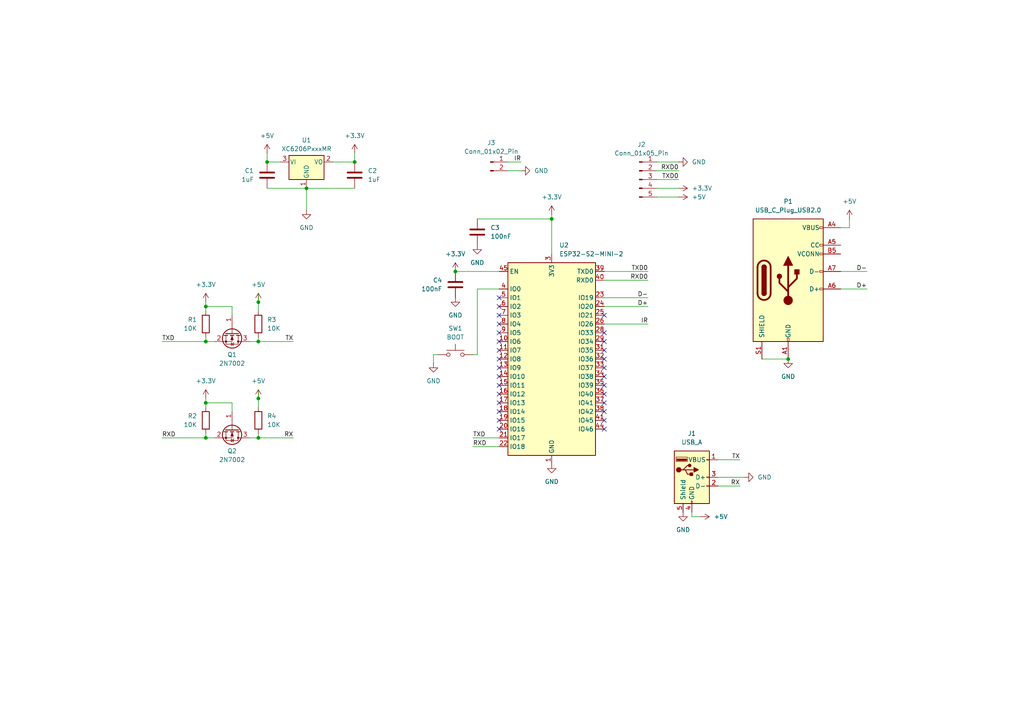
<source format=kicad_sch>
(kicad_sch (version 20231120) (generator "eeschema") (generator_version "8.0")
  (paper "A4")
  (lib_symbols
    (symbol "Connector:Conn_01x02_Pin" (pin_names (offset 1.016) hide)
      (property "Reference" "J" (at 0 2.54 0))
      (property "Value" "Conn_01x02_Pin" (at 0 -5.08 0))
      (symbol "Conn_01x02_Pin_1_1"
        (polyline (pts (xy 1.27 -2.54) (xy 0.8636 -2.54)) (stroke (width 0.1524)))
        (polyline (pts (xy 1.27 0) (xy 0.8636 0)) (stroke (width 0.1524)))
        (rectangle (start 0.8636 -2.413) (end 0 -2.667) (stroke (width 0.1524)) (fill (type outline)))
        (rectangle (start 0.8636 0.127) (end 0 -0.127) (stroke (width 0.1524)) (fill (type outline)))
        (pin passive line (at 5.08 0 180) (length 3.81) (name "Pin_1") (number "1"))
        (pin passive line (at 5.08 -2.54 180) (length 3.81) (name "Pin_2") (number "2"))
      )
    )
    (symbol "Connector:Conn_01x05_Pin" (pin_names (offset 1.016) hide)
      (property "Reference" "J" (at 0 7.62 0))
      (property "Value" "Conn_01x05_Pin" (at 0 -7.62 0))
      (symbol "Conn_01x05_Pin_1_1"
        (polyline (pts (xy 1.27 -5.08) (xy 0.8636 -5.08)) (stroke (width 0.1524)))
        (polyline (pts (xy 1.27 -2.54) (xy 0.8636 -2.54)) (stroke (width 0.1524)))
        (polyline (pts (xy 1.27 0) (xy 0.8636 0)) (stroke (width 0.1524)))
        (polyline (pts (xy 1.27 2.54) (xy 0.8636 2.54)) (stroke (width 0.1524)))
        (polyline (pts (xy 1.27 5.08) (xy 0.8636 5.08)) (stroke (width 0.1524)))
        (rectangle (start 0.8636 -4.953) (end 0 -5.207) (stroke (width 0.1524)) (fill (type outline)))
        (rectangle (start 0.8636 -2.413) (end 0 -2.667) (stroke (width 0.1524)) (fill (type outline)))
        (rectangle (start 0.8636 0.127) (end 0 -0.127) (stroke (width 0.1524)) (fill (type outline)))
        (rectangle (start 0.8636 2.667) (end 0 2.413) (stroke (width 0.1524)) (fill (type outline)))
        (rectangle (start 0.8636 5.207) (end 0 4.953) (stroke (width 0.1524)) (fill (type outline)))
        (pin passive line (at 5.08 5.08 180) (length 3.81) (name "Pin_1") (number "1"))
        (pin passive line (at 5.08 2.54 180) (length 3.81) (name "Pin_2") (number "2"))
        (pin passive line (at 5.08 0 180) (length 3.81) (name "Pin_3") (number "3"))
        (pin passive line (at 5.08 -2.54 180) (length 3.81) (name "Pin_4") (number "4"))
        (pin passive line (at 5.08 -5.08 180) (length 3.81) (name "Pin_5") (number "5"))
      )
    )
    (symbol "Connector:USB_A" (pin_names (offset 1.016))
      (property "Reference" "J" (at -5.08 11.43 0))
      (property "Value" "USB_A" (at -5.08 8.89 0))
      (symbol "USB_A_0_1"
        (rectangle (start -5.08 -7.62) (end 5.08 7.62) (stroke (width 0.254)) (fill (type background)))
        (circle (center -3.81 2.159) (radius 0.635) (stroke (width 0.254)) (fill (type outline)))
        (rectangle (start -1.524 4.826) (end -4.318 5.334) (fill (type outline)))
        (rectangle (start -1.27 4.572) (end -4.572 5.842))
        (circle (center -0.635 3.429) (radius 0.381) (stroke (width 0.254)) (fill (type outline)))
        (rectangle (start -0.127 -7.62) (end 0.127 -6.858))
        (polyline (pts (xy -3.175 2.159) (xy -2.54 2.159) (xy -1.27 3.429) (xy -0.635 3.429)) (stroke (width 0.254)))
        (polyline (pts (xy -2.54 2.159) (xy -1.905 2.159) (xy -1.27 0.889) (xy 0 0.889)) (stroke (width 0.254)))
        (polyline (pts (xy 0.635 2.794) (xy 0.635 1.524) (xy 1.905 2.159) (xy 0.635 2.794)) (stroke (width 0.254)) (fill (type outline)))
        (rectangle (start 0.254 1.27) (end -0.508 0.508) (stroke (width 0.254)) (fill (type outline)))
        (rectangle (start 5.08 -2.667) (end 4.318 -2.413))
        (rectangle (start 5.08 -0.127) (end 4.318 0.127))
        (rectangle (start 5.08 4.953) (end 4.318 5.207))
      )
      (symbol "USB_A_1_1"
        (polyline (pts (xy -1.905 2.159) (xy 0.635 2.159)) (stroke (width 0.254)))
        (pin power_in line (at 7.62 5.08 180) (length 2.54) (name "VBUS") (number "1"))
        (pin bidirectional line (at 7.62 -2.54 180) (length 2.54) (name "D-") (number "2"))
        (pin bidirectional line (at 7.62 0 180) (length 2.54) (name "D+") (number "3"))
        (pin power_in line (at 0 -10.16 90) (length 2.54) (name "GND") (number "4"))
        (pin passive line (at -2.54 -10.16 90) (length 2.54) (name "Shield") (number "5"))
      )
    )
    (symbol "Connector:USB_C_Plug_USB2.0" (pin_names (offset 1.016))
      (property "Reference" "P" (at -10.16 19.05 0))
      (property "Value" "USB_C_Plug_USB2.0" (at 12.7 19.05 0))
      (symbol "USB_C_Plug_USB2.0_0_0"
        (rectangle (start -0.254 -17.78) (end 0.254 -16.764))
        (rectangle (start 10.16 -2.286) (end 9.144 -2.794))
        (rectangle (start 10.16 2.794) (end 9.144 2.286))
        (rectangle (start 10.16 7.874) (end 9.144 7.366))
        (rectangle (start 10.16 10.414) (end 9.144 9.906))
        (rectangle (start 10.16 15.494) (end 9.144 14.986))
      )
      (symbol "USB_C_Plug_USB2.0_0_1"
        (rectangle (start -10.16 17.78) (end 10.16 -17.78) (stroke (width 0.254)) (fill (type background)))
        (arc (start -8.89 -3.81) (mid -6.985 -5.7067) (end -5.08 -3.81) (stroke (width 0.508)))
        (arc (start -7.62 -3.81) (mid -6.985 -4.4423) (end -6.35 -3.81) (stroke (width 0.254)))
        (arc (start -7.62 -3.81) (mid -6.985 -4.4423) (end -6.35 -3.81) (stroke (width 0.254)) (fill (type outline)))
        (rectangle (start -7.62 -3.81) (end -6.35 3.81) (stroke (width 0.254)) (fill (type outline)))
        (arc (start -6.35 3.81) (mid -6.985 4.4423) (end -7.62 3.81) (stroke (width 0.254)))
        (arc (start -6.35 3.81) (mid -6.985 4.4423) (end -7.62 3.81) (stroke (width 0.254)) (fill (type outline)))
        (arc (start -5.08 3.81) (mid -6.985 5.7067) (end -8.89 3.81) (stroke (width 0.508)))
        (circle (center -2.54 1.143) (radius 0.635) (stroke (width 0.254)) (fill (type outline)))
        (circle (center 0 -5.842) (radius 1.27) (fill (type outline)))
        (polyline (pts (xy -8.89 -3.81) (xy -8.89 3.81)) (stroke (width 0.508)))
        (polyline (pts (xy -5.08 3.81) (xy -5.08 -3.81)) (stroke (width 0.508)))
        (polyline (pts (xy 0 -5.842) (xy 0 4.318)) (stroke (width 0.508)))
        (polyline (pts (xy 0 -3.302) (xy -2.54 -0.762) (xy -2.54 0.508)) (stroke (width 0.508)))
        (polyline (pts (xy 0 -2.032) (xy 2.54 0.508) (xy 2.54 1.778)) (stroke (width 0.508)))
        (polyline (pts (xy -1.27 4.318) (xy 0 6.858) (xy 1.27 4.318) (xy -1.27 4.318)) (stroke (width 0.254)) (fill (type outline)))
        (rectangle (start 1.905 1.778) (end 3.175 3.048) (stroke (width 0.254)) (fill (type outline)))
      )
      (symbol "USB_C_Plug_USB2.0_1_1"
        (pin passive line (at 0 -22.86 90) (length 5.08) (name "GND") (number "A1"))
        (pin passive line (at 0 -22.86 90) (length 5.08) hide (name "GND") (number "A12"))
        (pin passive line (at 15.24 15.24 180) (length 5.08) (name "VBUS") (number "A4"))
        (pin bidirectional line (at 15.24 10.16 180) (length 5.08) (name "CC") (number "A5"))
        (pin bidirectional line (at 15.24 -2.54 180) (length 5.08) (name "D+") (number "A6"))
        (pin bidirectional line (at 15.24 2.54 180) (length 5.08) (name "D-") (number "A7"))
        (pin passive line (at 15.24 15.24 180) (length 5.08) hide (name "VBUS") (number "A9"))
        (pin passive line (at 0 -22.86 90) (length 5.08) hide (name "GND") (number "B1"))
        (pin passive line (at 0 -22.86 90) (length 5.08) hide (name "GND") (number "B12"))
        (pin passive line (at 15.24 15.24 180) (length 5.08) hide (name "VBUS") (number "B4"))
        (pin bidirectional line (at 15.24 7.62 180) (length 5.08) (name "VCONN") (number "B5"))
        (pin passive line (at 15.24 15.24 180) (length 5.08) hide (name "VBUS") (number "B9"))
        (pin passive line (at -7.62 -22.86 90) (length 5.08) (name "SHIELD") (number "S1"))
      )
    )
    (symbol "Device:C" (pin_numbers hide) (pin_names (offset 0.254))
      (property "Reference" "C" (at 0.635 2.54 0))
      (property "Value" "C" (at 0.635 -2.54 0))
      (symbol "C_0_1"
        (polyline (pts (xy -2.032 -0.762) (xy 2.032 -0.762)) (stroke (width 0.508)))
        (polyline (pts (xy -2.032 0.762) (xy 2.032 0.762)) (stroke (width 0.508)))
      )
      (symbol "C_1_1"
        (pin passive line (at 0 3.81 270) (length 2.794) (name "~") (number "1"))
        (pin passive line (at 0 -3.81 90) (length 2.794) (name "~") (number "2"))
      )
    )
    (symbol "Device:R" (pin_numbers hide) (pin_names (offset 0))
      (property "Reference" "R" (at 2.032 0 90))
      (property "Value" "R" (at 0 0 90))
      (symbol "R_0_1"
        (rectangle (start -1.016 -2.54) (end 1.016 2.54) (stroke (width 0.254)))
      )
      (symbol "R_1_1"
        (pin passive line (at 0 3.81 270) (length 1.27) (name "~") (number "1"))
        (pin passive line (at 0 -3.81 90) (length 1.27) (name "~") (number "2"))
      )
    )
    (symbol "Local Symbol Library:ESP32-S2-MINI-2"
      (property "Reference" "U" (at -11.43 29.21 0))
      (property "Value" "ESP32-S2-MINI-2" (at 12.7 29.21 0))
      (symbol "ESP32-S2-MINI-2_0_1"
        (rectangle (start -12.7 27.94) (end 12.7 -27.94) (stroke (width 0.254)) (fill (type background)))
      )
      (symbol "ESP32-S2-MINI-2_1_1"
        (pin power_in line (at 0 -30.48 90) (length 2.54) (name "GND") (number "1"))
        (pin bidirectional line (at -15.24 5.08 0) (length 2.54) (name "IO6") (number "10"))
        (pin bidirectional line (at -15.24 2.54 0) (length 2.54) (name "IO7") (number "11"))
        (pin bidirectional line (at -15.24 0 0) (length 2.54) (name "IO8") (number "12"))
        (pin bidirectional line (at -15.24 -2.54 0) (length 2.54) (name "IO9") (number "13"))
        (pin bidirectional line (at -15.24 -5.08 0) (length 2.54) (name "IO10") (number "14"))
        (pin bidirectional line (at -15.24 -7.62 0) (length 2.54) (name "IO11") (number "15"))
        (pin bidirectional line (at -15.24 -10.16 0) (length 2.54) (name "IO12") (number "16"))
        (pin bidirectional line (at -15.24 -12.7 0) (length 2.54) (name "IO13") (number "17"))
        (pin bidirectional line (at -15.24 -15.24 0) (length 2.54) (name "IO14") (number "18"))
        (pin bidirectional line (at -15.24 -17.78 0) (length 2.54) (name "IO15") (number "19"))
        (pin passive line (at 0 -30.48 90) (length 2.54) hide (name "GND") (number "2"))
        (pin bidirectional line (at -15.24 -20.32 0) (length 2.54) (name "IO16") (number "20"))
        (pin bidirectional line (at -15.24 -22.86 0) (length 2.54) (name "IO17") (number "21"))
        (pin bidirectional line (at -15.24 -25.4 0) (length 2.54) (name "IO18") (number "22"))
        (pin bidirectional line (at 15.24 17.78 180) (length 2.54) (name "IO19") (number "23"))
        (pin bidirectional line (at 15.24 15.24 180) (length 2.54) (name "IO20") (number "24"))
        (pin bidirectional line (at 15.24 12.7 180) (length 2.54) (name "IO21") (number "25"))
        (pin bidirectional line (at 15.24 10.16 180) (length 2.54) (name "IO26") (number "26"))
        (pin bidirectional line (at 15.24 7.62 180) (length 2.54) (name "IO33") (number "28"))
        (pin bidirectional line (at 15.24 5.08 180) (length 2.54) (name "IO34") (number "29"))
        (pin power_in line (at 0 30.48 270) (length 2.54) (name "3V3") (number "3"))
        (pin passive line (at 0 -30.48 90) (length 2.54) hide (name "GND") (number "30"))
        (pin bidirectional line (at 15.24 2.54 180) (length 2.54) (name "IO35") (number "31"))
        (pin bidirectional line (at 15.24 0 180) (length 2.54) (name "IO36") (number "32"))
        (pin bidirectional line (at 15.24 -2.54 180) (length 2.54) (name "IO37") (number "33"))
        (pin bidirectional line (at 15.24 -5.08 180) (length 2.54) (name "IO38") (number "34"))
        (pin bidirectional line (at 15.24 -7.62 180) (length 2.54) (name "IO39") (number "35"))
        (pin bidirectional line (at 15.24 -10.16 180) (length 2.54) (name "IO40") (number "36"))
        (pin bidirectional line (at 15.24 -12.7 180) (length 2.54) (name "IO41") (number "37"))
        (pin bidirectional line (at 15.24 -15.24 180) (length 2.54) (name "IO42") (number "38"))
        (pin bidirectional line (at 15.24 25.4 180) (length 2.54) (name "TXD0") (number "39"))
        (pin bidirectional line (at -15.24 20.32 0) (length 2.54) (name "IO0") (number "4"))
        (pin bidirectional line (at 15.24 22.86 180) (length 2.54) (name "RXD0") (number "40"))
        (pin bidirectional line (at 15.24 -17.78 180) (length 2.54) (name "IO45") (number "41"))
        (pin passive line (at 0 -30.48 90) (length 2.54) hide (name "GND") (number "42"))
        (pin passive line (at 0 -30.48 90) (length 2.54) hide (name "GND") (number "43"))
        (pin bidirectional line (at 15.24 -20.32 180) (length 2.54) (name "IO46") (number "44"))
        (pin input line (at -15.24 25.4 0) (length 2.54) (name "EN") (number "45"))
        (pin passive line (at 0 -30.48 90) (length 2.54) hide (name "GND") (number "46"))
        (pin passive line (at 0 -30.48 90) (length 2.54) hide (name "GND") (number "47"))
        (pin passive line (at 0 -30.48 90) (length 2.54) hide (name "GND") (number "48"))
        (pin passive line (at 0 -30.48 90) (length 2.54) hide (name "GND") (number "49"))
        (pin bidirectional line (at -15.24 17.78 0) (length 2.54) (name "IO1") (number "5"))
        (pin passive line (at 0 -30.48 90) (length 2.54) hide (name "GND") (number "50"))
        (pin passive line (at 0 -30.48 90) (length 2.54) hide (name "GND") (number "51"))
        (pin passive line (at 0 -30.48 90) (length 2.54) hide (name "GND") (number "52"))
        (pin passive line (at 0 -30.48 90) (length 2.54) hide (name "GND") (number "53"))
        (pin passive line (at 0 -30.48 90) (length 2.54) hide (name "GND") (number "54"))
        (pin passive line (at 0 -30.48 90) (length 2.54) hide (name "GND") (number "55"))
        (pin passive line (at 0 -30.48 90) (length 2.54) hide (name "GND") (number "56"))
        (pin passive line (at 0 -30.48 90) (length 2.54) hide (name "GND") (number "57"))
        (pin passive line (at 0 -30.48 90) (length 2.54) hide (name "GND") (number "58"))
        (pin passive line (at 0 -30.48 90) (length 2.54) hide (name "GND") (number "59"))
        (pin bidirectional line (at -15.24 15.24 0) (length 2.54) (name "IO2") (number "6"))
        (pin passive line (at 0 -30.48 90) (length 2.54) hide (name "GND") (number "60"))
        (pin passive line (at 0 -30.48 90) (length 2.54) hide (name "GND") (number "61"))
        (pin passive line (at 0 -30.48 90) (length 2.54) hide (name "GND") (number "62"))
        (pin passive line (at 0 -30.48 90) (length 2.54) hide (name "GND") (number "63"))
        (pin passive line (at 0 -30.48 90) (length 2.54) hide (name "GND") (number "64"))
        (pin passive line (at 0 -30.48 90) (length 2.54) hide (name "GND") (number "65"))
        (pin passive line (at 0 -30.48 90) (length 2.54) hide (name "GND") (number "66"))
        (pin passive line (at 0 -30.48 90) (length 2.54) hide (name "GND") (number "67"))
        (pin passive line (at 0 -30.48 90) (length 2.54) hide (name "GND") (number "68"))
        (pin passive line (at 0 -30.48 90) (length 2.54) hide (name "GND") (number "69"))
        (pin bidirectional line (at -15.24 12.7 0) (length 2.54) (name "IO3") (number "7"))
        (pin passive line (at 0 -30.48 90) (length 2.54) hide (name "GND") (number "70"))
        (pin passive line (at 0 -30.48 90) (length 2.54) hide (name "GND") (number "71"))
        (pin passive line (at 0 -30.48 90) (length 2.54) hide (name "GND") (number "72"))
        (pin passive line (at 0 -30.48 90) (length 2.54) hide (name "GND") (number "73"))
        (pin bidirectional line (at -15.24 10.16 0) (length 2.54) (name "IO4") (number "8"))
        (pin bidirectional line (at -15.24 7.62 0) (length 2.54) (name "IO5") (number "9"))
      )
    )
    (symbol "Regulator_Linear:XC6206PxxxMR" (pin_names (offset 0.254))
      (property "Reference" "U" (at -3.81 3.175 0))
      (property "Value" "XC6206PxxxMR" (at 0 3.175 0))
      (symbol "XC6206PxxxMR_0_1"
        (rectangle (start -5.08 1.905) (end 5.08 -5.08) (stroke (width 0.254)) (fill (type background)))
      )
      (symbol "XC6206PxxxMR_1_1"
        (pin power_in line (at 0 -7.62 90) (length 2.54) (name "GND") (number "1"))
        (pin power_out line (at 7.62 0 180) (length 2.54) (name "VO") (number "2"))
        (pin power_in line (at -7.62 0 0) (length 2.54) (name "VI") (number "3"))
      )
    )
    (symbol "Switch:SW_Push" (pin_numbers hide) (pin_names (offset 1.016) hide)
      (property "Reference" "SW" (at 1.27 2.54 0))
      (property "Value" "SW_Push" (at 0 -1.524 0))
      (symbol "SW_Push_0_1"
        (circle (center -2.032 0) (radius 0.508))
        (polyline (pts (xy 0 1.27) (xy 0 3.048)))
        (polyline (pts (xy 2.54 1.27) (xy -2.54 1.27)))
        (circle (center 2.032 0) (radius 0.508))
        (pin passive line (at -5.08 0 0) (length 2.54) (name "1") (number "1"))
        (pin passive line (at 5.08 0 180) (length 2.54) (name "2") (number "2"))
      )
    )
    (symbol "Transistor_FET:2N7002" (pin_names hide)
      (property "Reference" "Q" (at 5.08 1.905 0))
      (property "Value" "2N7002" (at 5.08 0 0))
      (symbol "2N7002_0_1"
        (polyline (pts (xy 0.254 0) (xy -2.54 0)))
        (polyline (pts (xy 0.254 1.905) (xy 0.254 -1.905)) (stroke (width 0.254)))
        (polyline (pts (xy 0.762 -1.27) (xy 0.762 -2.286)) (stroke (width 0.254)))
        (polyline (pts (xy 0.762 0.508) (xy 0.762 -0.508)) (stroke (width 0.254)))
        (polyline (pts (xy 0.762 2.286) (xy 0.762 1.27)) (stroke (width 0.254)))
        (polyline (pts (xy 2.54 2.54) (xy 2.54 1.778)))
        (polyline (pts (xy 2.54 -2.54) (xy 2.54 0) (xy 0.762 0)))
        (polyline (pts (xy 0.762 -1.778) (xy 3.302 -1.778) (xy 3.302 1.778) (xy 0.762 1.778)))
        (polyline (pts (xy 1.016 0) (xy 2.032 0.381) (xy 2.032 -0.381) (xy 1.016 0)) (fill (type outline)))
        (polyline (pts (xy 2.794 0.508) (xy 2.921 0.381) (xy 3.683 0.381) (xy 3.81 0.254)))
        (polyline (pts (xy 3.302 0.381) (xy 2.921 -0.254) (xy 3.683 -0.254) (xy 3.302 0.381)))
        (circle (center 1.651 0) (radius 2.794) (stroke (width 0.254)))
        (circle (center 2.54 -1.778) (radius 0.254) (fill (type outline)))
        (circle (center 2.54 1.778) (radius 0.254) (fill (type outline)))
      )
      (symbol "2N7002_1_1"
        (pin input line (at -5.08 0 0) (length 2.54) (name "G") (number "1"))
        (pin passive line (at 2.54 -5.08 90) (length 2.54) (name "S") (number "2"))
        (pin passive line (at 2.54 5.08 270) (length 2.54) (name "D") (number "3"))
      )
    )
    (symbol "power:+3.3V" (power) (pin_numbers hide) (pin_names (offset 0) hide)
      (property "Value" "+3.3V" (at 0 3.556 0))
      (symbol "+3.3V_0_1"
        (polyline (pts (xy -0.762 1.27) (xy 0 2.54)))
        (polyline (pts (xy 0 0) (xy 0 2.54)))
        (polyline (pts (xy 0 2.54) (xy 0.762 1.27)))
      )
      (symbol "+3.3V_1_1"
        (pin power_in line (at 0 0 90) (length 0) (name "~") (number "1"))
      )
    )
    (symbol "power:+5V" (power) (pin_numbers hide) (pin_names (offset 0) hide)
      (property "Value" "+5V" (at 0 3.556 0))
      (symbol "+5V_0_1"
        (polyline (pts (xy -0.762 1.27) (xy 0 2.54)))
        (polyline (pts (xy 0 0) (xy 0 2.54)))
        (polyline (pts (xy 0 2.54) (xy 0.762 1.27)))
      )
      (symbol "+5V_1_1"
        (pin power_in line (at 0 0 90) (length 0) (name "~") (number "1"))
      )
    )
    (symbol "power:GND" (power) (pin_numbers hide) (pin_names (offset 0) hide)
      (property "Value" "GND" (at 0 -3.81 0))
      (symbol "GND_0_1"
        (polyline (pts (xy 0 0) (xy 0 -1.27) (xy 1.27 -1.27) (xy 0 -2.54) (xy -1.27 -1.27) (xy 0 -1.27)))
      )
      (symbol "GND_1_1"
        (pin power_in line (at 0 0 270) (length 0) (name "~") (number "1"))
      )
    )
  )
  (junction (at 74.93 115.57))
  (junction (at 59.69 127))
  (junction (at 74.93 87.63))
  (junction (at 59.69 99.06))
  (junction (at 59.69 116.84))
  (junction (at 88.9 54.61))
  (junction (at 228.6 104.14))
  (junction (at 59.69 88.9))
  (junction (at 77.47 46.99))
  (junction (at 102.87 46.99))
  (junction (at 160.02 63.5))
  (junction (at 74.93 127))
  (junction (at 132.08 78.74))
  (junction (at 74.93 99.06))
  (no_connect (at 144.78 93.98))
  (no_connect (at 175.26 106.68))
  (no_connect (at 175.26 96.52))
  (no_connect (at 144.78 86.36))
  (no_connect (at 175.26 121.92))
  (no_connect (at 144.78 106.68))
  (no_connect (at 175.26 109.22))
  (no_connect (at 144.78 119.38))
  (no_connect (at 144.78 124.46))
  (no_connect (at 175.26 114.3))
  (no_connect (at 144.78 104.14))
  (no_connect (at 175.26 111.76))
  (no_connect (at 144.78 114.3))
  (no_connect (at 144.78 96.52))
  (no_connect (at 175.26 116.84))
  (no_connect (at 144.78 109.22))
  (no_connect (at 144.78 111.76))
  (no_connect (at 144.78 88.9))
  (no_connect (at 175.26 104.14))
  (no_connect (at 144.78 116.84))
  (no_connect (at 175.26 124.46))
  (no_connect (at 175.26 91.44))
  (no_connect (at 144.78 99.06))
  (no_connect (at 175.26 119.38))
  (no_connect (at 144.78 101.6))
  (no_connect (at 175.26 99.06))
  (no_connect (at 144.78 91.44))
  (no_connect (at 175.26 101.6))
  (no_connect (at 144.78 121.92))
  (wire (pts (xy 59.69 125.73) (xy 59.69 127)))
  (wire (pts (xy 74.93 127) (xy 85.09 127)))
  (wire (pts (xy 246.38 63.5) (xy 246.38 66.04)))
  (wire (pts (xy 67.31 91.44) (xy 67.31 88.9)))
  (wire (pts (xy 246.38 66.04) (xy 243.84 66.04)))
  (wire (pts (xy 59.69 127) (xy 62.23 127)))
  (wire (pts (xy 151.13 49.53) (xy 147.32 49.53)))
  (wire (pts (xy 102.87 54.61) (xy 88.9 54.61)))
  (wire (pts (xy 77.47 46.99) (xy 81.28 46.99)))
  (wire (pts (xy 138.43 63.5) (xy 160.02 63.5)))
  (wire (pts (xy 137.16 102.87) (xy 138.43 102.87)))
  (wire (pts (xy 137.16 127) (xy 144.78 127)))
  (wire (pts (xy 132.08 78.74) (xy 144.78 78.74)))
  (wire (pts (xy 200.66 149.86) (xy 203.2 149.86)))
  (wire (pts (xy 200.66 148.59) (xy 200.66 149.86)))
  (wire (pts (xy 208.28 133.35) (xy 214.63 133.35)))
  (wire (pts (xy 59.69 88.9) (xy 59.69 90.17)))
  (wire (pts (xy 96.52 46.99) (xy 102.87 46.99)))
  (wire (pts (xy 243.84 78.74) (xy 251.46 78.74)))
  (wire (pts (xy 127 102.87) (xy 125.73 102.87)))
  (wire (pts (xy 190.5 46.99) (xy 196.85 46.99)))
  (wire (pts (xy 67.31 119.38) (xy 67.31 116.84)))
  (wire (pts (xy 102.87 44.45) (xy 102.87 46.99)))
  (wire (pts (xy 160.02 62.23) (xy 160.02 63.5)))
  (wire (pts (xy 137.16 129.54) (xy 144.78 129.54)))
  (wire (pts (xy 190.5 54.61) (xy 196.85 54.61)))
  (wire (pts (xy 59.69 99.06) (xy 62.23 99.06)))
  (wire (pts (xy 72.39 99.06) (xy 74.93 99.06)))
  (wire (pts (xy 59.69 116.84) (xy 59.69 118.11)))
  (wire (pts (xy 74.93 113.03) (xy 74.93 115.57)))
  (wire (pts (xy 74.93 85.09) (xy 74.93 87.63)))
  (wire (pts (xy 59.69 115.57) (xy 59.69 116.84)))
  (wire (pts (xy 77.47 44.45) (xy 77.47 46.99)))
  (wire (pts (xy 243.84 83.82) (xy 251.46 83.82)))
  (wire (pts (xy 190.5 49.53) (xy 196.85 49.53)))
  (wire (pts (xy 147.32 46.99) (xy 151.13 46.99)))
  (wire (pts (xy 77.47 54.61) (xy 88.9 54.61)))
  (wire (pts (xy 46.99 99.06) (xy 59.69 99.06)))
  (wire (pts (xy 67.31 88.9) (xy 59.69 88.9)))
  (wire (pts (xy 160.02 63.5) (xy 160.02 73.66)))
  (wire (pts (xy 208.28 138.43) (xy 215.9 138.43)))
  (wire (pts (xy 190.5 52.07) (xy 196.85 52.07)))
  (wire (pts (xy 74.93 87.63) (xy 74.93 90.17)))
  (wire (pts (xy 175.26 88.9) (xy 187.96 88.9)))
  (wire (pts (xy 59.69 97.79) (xy 59.69 99.06)))
  (wire (pts (xy 175.26 81.28) (xy 187.96 81.28)))
  (wire (pts (xy 74.93 125.73) (xy 74.93 127)))
  (wire (pts (xy 67.31 116.84) (xy 59.69 116.84)))
  (wire (pts (xy 208.28 140.97) (xy 214.63 140.97)))
  (wire (pts (xy 175.26 78.74) (xy 187.96 78.74)))
  (wire (pts (xy 72.39 127) (xy 74.93 127)))
  (wire (pts (xy 138.43 83.82) (xy 144.78 83.82)))
  (wire (pts (xy 190.5 57.15) (xy 196.85 57.15)))
  (wire (pts (xy 175.26 86.36) (xy 187.96 86.36)))
  (wire (pts (xy 138.43 102.87) (xy 138.43 83.82)))
  (wire (pts (xy 74.93 115.57) (xy 74.93 118.11)))
  (wire (pts (xy 220.98 104.14) (xy 228.6 104.14)))
  (wire (pts (xy 46.99 127) (xy 59.69 127)))
  (wire (pts (xy 175.26 93.98) (xy 187.96 93.98)))
  (wire (pts (xy 125.73 102.87) (xy 125.73 105.41)))
  (wire (pts (xy 88.9 54.61) (xy 88.9 60.96)))
  (wire (pts (xy 74.93 97.79) (xy 74.93 99.06)))
  (wire (pts (xy 74.93 99.06) (xy 85.09 99.06)))
  (wire (pts (xy 59.69 87.63) (xy 59.69 88.9)))
  (label "TXD0" (at 196.85 52.07 180))
  (label "D-" (at 251.46 78.74 180))
  (label "IR" (at 151.13 46.99 180))
  (label "RX" (at 85.09 127 180))
  (label "RXD" (at 46.99 127 0))
  (label "IR" (at 187.96 93.98 180))
  (label "RXD0" (at 196.85 49.53 180))
  (label "TX" (at 85.09 99.06 180))
  (label "TXD" (at 137.16 127 0))
  (label "TXD0" (at 187.96 78.74 180))
  (label "RXD0" (at 187.96 81.28 180))
  (label "TX" (at 214.63 133.35 180))
  (label "D+" (at 187.96 88.9 180))
  (label "RXD" (at 137.16 129.54 0))
  (label "D-" (at 187.96 86.36 180))
  (label "RX" (at 214.63 140.97 180))
  (label "D+" (at 251.46 83.82 180))
  (label "TXD" (at 46.99 99.06 0))
  (symbol (lib_id "Connector:Conn_01x05_Pin") (at 185.42 52.07 0) (unit 1)
    (property "Reference" "J2" (at 186.055 41.91 0))
    (property "Value" "Conn_01x05_Pin" (at 186.055 44.45 0))
    (property "Footprint" "Local Library:1x05_Header_Pins_Horizontal" (effects (hide yes)))
    (property "Description" "Generic connector, single row, 01x05, script generated" (effects (hide yes)))
  )
  (symbol (lib_id "power:+3.3V") (at 59.69 115.57 0) (unit 1)
    (property "Reference" "#PWR02" (effects (hide yes)))
    (property "Value" "+3.3V" (at 59.69 110.49 0))
    (property "Description" "Power symbol creates a global label with name \"+3.3V\"" (effects (hide yes)))
  )
  (symbol (lib_id "power:GND") (at 138.43 71.12 0) (unit 1)
    (property "Reference" "#PWR09" (effects (hide yes)))
    (property "Value" "GND" (at 138.43 76.2 0))
    (property "Description" "Power symbol creates a global label with name \"GND\" , ground" (effects (hide yes)))
  )
  (symbol (lib_id "power:+5V") (at 74.93 87.63 0) (unit 1)
    (property "Reference" "#PWR03" (effects (hide yes)))
    (property "Value" "+5V" (at 74.93 82.55 0))
    (property "Description" "Power symbol creates a global label with name \"+5V\"" (effects (hide yes)))
  )
  (symbol (lib_id "Device:R") (at 59.69 93.98 0) (mirror y) (unit 1)
    (property "Reference" "R1" (at 57.15 92.7099 0) (effects (justify left)))
    (property "Value" "10K" (at 57.15 95.2499 0) (effects (justify left)))
    (property "Footprint" "Resistor_SMD:R_0603_1608Metric" (effects (hide yes)))
    (property "Description" "Resistor" (effects (hide yes)))
    (property "LCSC" "C25804" (effects (hide yes)))
  )
  (symbol (lib_id "Device:C") (at 132.08 82.55 0) (mirror x) (unit 1)
    (property "Reference" "C4" (at 128.27 81.2799 0) (effects (justify right)))
    (property "Value" "100nF" (at 128.27 83.8199 0) (effects (justify right)))
    (property "Footprint" "Capacitor_SMD:C_0402_1005Metric" (effects (hide yes)))
    (property "Description" "Unpolarized capacitor" (effects (hide yes)))
    (property "LCSC" "C1525" (effects (hide yes)))
  )
  (symbol (lib_id "power:GND") (at 151.13 49.53 90) (unit 1)
    (property "Reference" "#PWR022" (effects (hide yes)))
    (property "Value" "GND" (at 154.94 49.5299 90) (effects (justify right)))
    (property "Description" "Power symbol creates a global label with name \"GND\" , ground" (effects (hide yes)))
  )
  (symbol (lib_id "power:+3.3V") (at 59.69 87.63 0) (unit 1)
    (property "Reference" "#PWR01" (effects (hide yes)))
    (property "Value" "+3.3V" (at 59.69 82.55 0))
    (property "Description" "Power symbol creates a global label with name \"+3.3V\"" (effects (hide yes)))
  )
  (symbol (lib_id "Transistor_FET:2N7002") (at 67.31 96.52 270) (unit 1)
    (property "Reference" "Q1" (at 67.31 102.87 90))
    (property "Value" "2N7002" (at 67.31 105.41 90))
    (property "Footprint" "Package_TO_SOT_SMD:SOT-23" (effects (hide yes)))
    (property "Datasheet" "https://www.onsemi.com/pub/Collateral/NDS7002A-D.PDF" (effects (hide yes)))
    (property "Description" "0.115A Id, 60V Vds, N-Channel MOSFET, SOT-23" (effects (hide yes)))
    (property "LCSC" "C8545" (effects (hide yes)))
  )
  (symbol (lib_id "Device:C") (at 77.47 50.8 0) (mirror y) (unit 1)
    (property "Reference" "C1" (at 73.66 49.5299 0) (effects (justify left)))
    (property "Value" "1uF" (at 73.66 52.0699 0) (effects (justify left)))
    (property "Footprint" "Capacitor_SMD:C_0402_1005Metric" (effects (hide yes)))
    (property "Description" "Unpolarized capacitor" (effects (hide yes)))
    (property "LCSC" "C52923" (effects (hide yes)))
  )
  (symbol (lib_id "power:GND") (at 132.08 86.36 0) (unit 1)
    (property "Reference" "#PWR010" (effects (hide yes)))
    (property "Value" "GND" (at 132.08 91.44 0))
    (property "Description" "Power symbol creates a global label with name \"GND\" , ground" (effects (hide yes)))
  )
  (symbol (lib_id "Switch:SW_Push") (at 132.08 102.87 0) (unit 1)
    (property "Reference" "SW1" (at 132.08 95.25 0))
    (property "Value" "BOOT" (at 132.08 97.79 0))
    (property "Footprint" "Local Library:Xunpu_TS-1088-AR02016" (effects (hide yes)))
    (property "Description" "Push button switch, generic, two pins" (effects (hide yes)))
    (property "LCSC" "C720477" (effects (hide yes)))
  )
  (symbol (lib_id "Local Symbol Library:ESP32-S2-MINI-2") (at 160.02 104.14 0) (unit 1)
    (property "Reference" "U2" (at 162.2141 71.12 0) (effects (justify left)))
    (property "Value" "ESP32-S2-MINI-2" (at 162.2141 73.66 0) (effects (justify left)))
    (property "Footprint" "RF_Module:ESP32-S2-MINI-2" (effects (hide yes)))
    (property "Datasheet" "https://www.espressif.com/sites/default/files/documentation/esp32-s3-mini-1_mini-1u_datasheet_en.pdf" (effects (hide yes)))
    (property "Description" "RF Module, ESP32-S3 SoC, Wi-Fi 802.11b/g/n, Bluetooth, BLE, 32-bit, 3.3V, SMD, onboard antenna" (effects (hide yes)))
    (property "LCSC" "C3013908" (effects (hide yes)))
  )
  (symbol (lib_id "power:GND") (at 215.9 138.43 90) (unit 1)
    (property "Reference" "#PWR014" (effects (hide yes)))
    (property "Value" "GND" (at 219.71 138.4299 90) (effects (justify right)))
    (property "Description" "Power symbol creates a global label with name \"GND\" , ground" (effects (hide yes)))
  )
  (symbol (lib_id "Device:C") (at 138.43 67.31 0) (unit 1)
    (property "Reference" "C3" (at 142.24 66.0399 0) (effects (justify left)))
    (property "Value" "100nF" (at 142.24 68.5799 0) (effects (justify left)))
    (property "Footprint" "Capacitor_SMD:C_0402_1005Metric" (effects (hide yes)))
    (property "Description" "Unpolarized capacitor" (effects (hide yes)))
    (property "LCSC" "C1525" (effects (hide yes)))
  )
  (symbol (lib_id "power:GND") (at 196.85 46.99 90) (unit 1)
    (property "Reference" "#PWR019" (effects (hide yes)))
    (property "Value" "GND" (at 200.66 46.9899 90) (effects (justify right)))
    (property "Description" "Power symbol creates a global label with name \"GND\" , ground" (effects (hide yes)))
  )
  (symbol (lib_id "Device:C") (at 102.87 50.8 0) (unit 1)
    (property "Reference" "C2" (at 106.68 49.5299 0) (effects (justify left)))
    (property "Value" "1uF" (at 106.68 52.0699 0) (effects (justify left)))
    (property "Footprint" "Capacitor_SMD:C_0402_1005Metric" (effects (hide yes)))
    (property "Description" "Unpolarized capacitor" (effects (hide yes)))
    (property "LCSC" "C52923" (effects (hide yes)))
  )
  (symbol (lib_id "Connector:USB_A") (at 200.66 138.43 0) (unit 1)
    (property "Reference" "J1" (at 200.66 125.73 0))
    (property "Value" "USB_A" (at 200.66 128.27 0))
    (property "Footprint" "Local Library:USB_A_PLUG_JING" (effects (hide yes)))
    (property "Description" "USB Type A connector" (effects (hide yes)))
    (property "LCSC" "C9739" (effects (hide yes)))
  )
  (symbol (lib_id "Device:R") (at 59.69 121.92 0) (mirror y) (unit 1)
    (property "Reference" "R2" (at 57.15 120.6499 0) (effects (justify left)))
    (property "Value" "10K" (at 57.15 123.1899 0) (effects (justify left)))
    (property "Footprint" "Resistor_SMD:R_0603_1608Metric" (effects (hide yes)))
    (property "Description" "Resistor" (effects (hide yes)))
    (property "LCSC" "C25804" (effects (hide yes)))
  )
  (symbol (lib_id "power:+5V") (at 246.38 63.5 0) (unit 1)
    (property "Reference" "#PWR016" (effects (hide yes)))
    (property "Value" "+5V" (at 246.38 58.42 0))
    (property "Description" "Power symbol creates a global label with name \"+5V\"" (effects (hide yes)))
  )
  (symbol (lib_id "Regulator_Linear:XC6206PxxxMR") (at 88.9 46.99 0) (unit 1)
    (property "Reference" "U1" (at 88.9 40.64 0))
    (property "Value" "XC6206PxxxMR" (at 88.9 43.18 0))
    (property "Footprint" "Package_TO_SOT_SMD:SOT-23-3" (effects (hide yes)))
    (property "Datasheet" "https://www.torexsemi.com/file/xc6206/XC6206.pdf" (effects (hide yes)))
    (property "Description" "Positive 60-250mA Low Dropout Regulator, Fixed Output, SOT-23" (effects (hide yes)))
    (property "LCSC" "C5446" (effects (hide yes)))
  )
  (symbol (lib_id "Connector:Conn_01x02_Pin") (at 142.24 46.99 0) (unit 1)
    (property "Reference" "J3" (at 142.494 41.402 0))
    (property "Value" "Conn_01x02_Pin" (at 142.494 43.942 0))
    (property "Footprint" "Connector_PinHeader_2.54mm:PinHeader_1x02_P2.54mm_Vertical" (effects (hide yes)))
    (property "Description" "Generic connector, single row, 01x02, script generated" (effects (hide yes)))
  )
  (symbol (lib_id "power:+5V") (at 196.85 57.15 270) (unit 1)
    (property "Reference" "#PWR020" (effects (hide yes)))
    (property "Value" "+5V" (at 200.66 57.1499 90) (effects (justify left)))
    (property "Description" "Power symbol creates a global label with name \"+5V\"" (effects (hide yes)))
  )
  (symbol (lib_id "Transistor_FET:2N7002") (at 67.31 124.46 270) (unit 1)
    (property "Reference" "Q2" (at 67.31 130.81 90))
    (property "Value" "2N7002" (at 67.31 133.35 90))
    (property "Footprint" "Package_TO_SOT_SMD:SOT-23" (effects (hide yes)))
    (property "Datasheet" "https://www.onsemi.com/pub/Collateral/NDS7002A-D.PDF" (effects (hide yes)))
    (property "Description" "0.115A Id, 60V Vds, N-Channel MOSFET, SOT-23" (effects (hide yes)))
    (property "LCSC" "C8545" (effects (hide yes)))
  )
  (symbol (lib_id "power:GND") (at 160.02 134.62 0) (unit 1)
    (property "Reference" "#PWR012" (effects (hide yes)))
    (property "Value" "GND" (at 160.02 139.7 0))
    (property "Description" "Power symbol creates a global label with name \"GND\" , ground" (effects (hide yes)))
  )
  (symbol (lib_id "Device:R") (at 74.93 93.98 0) (unit 1)
    (property "Reference" "R3" (at 77.47 92.7099 0) (effects (justify left)))
    (property "Value" "10K" (at 77.47 95.2499 0) (effects (justify left)))
    (property "Footprint" "Resistor_SMD:R_0603_1608Metric" (effects (hide yes)))
    (property "Description" "Resistor" (effects (hide yes)))
    (property "LCSC" "C25804" (effects (hide yes)))
  )
  (symbol (lib_id "power:+3.3V") (at 196.85 54.61 270) (unit 1)
    (property "Reference" "#PWR021" (effects (hide yes)))
    (property "Value" "+3.3V" (at 200.66 54.6099 90) (effects (justify left)))
    (property "Description" "Power symbol creates a global label with name \"+3.3V\"" (effects (hide yes)))
  )
  (symbol (lib_id "power:GND") (at 198.12 148.59 0) (unit 1)
    (property "Reference" "#PWR018" (effects (hide yes)))
    (property "Value" "GND" (at 198.12 153.67 0))
    (property "Description" "Power symbol creates a global label with name \"GND\" , ground" (effects (hide yes)))
  )
  (symbol (lib_id "Connector:USB_C_Plug_USB2.0") (at 228.6 81.28 0) (unit 1)
    (property "Reference" "P1" (at 228.6 58.42 0))
    (property "Value" "USB_C_Plug_USB2.0" (at 228.6 60.96 0))
    (property "Footprint" "Connector_USB:USB_C_Receptacle_G-Switch_GT-USB-7010ASV" (effects (hide yes)))
    (property "Datasheet" "https://www.usb.org/sites/default/files/documents/usb_type-c.zip" (effects (hide yes)))
    (property "Description" "USB 2.0-only Type-C Plug connector" (effects (hide yes)))
    (property "LCSC" "C2927038" (effects (hide yes)))
  )
  (symbol (lib_id "power:+3.3V") (at 132.08 78.74 0) (unit 1)
    (property "Reference" "#PWR017" (effects (hide yes)))
    (property "Value" "+3.3V" (at 132.08 73.66 0))
    (property "Description" "Power symbol creates a global label with name \"+3.3V\"" (effects (hide yes)))
  )
  (symbol (lib_id "power:GND") (at 88.9 60.96 0) (unit 1)
    (property "Reference" "#PWR06" (effects (hide yes)))
    (property "Value" "GND" (at 88.9 66.04 0))
    (property "Description" "Power symbol creates a global label with name \"GND\" , ground" (effects (hide yes)))
  )
  (symbol (lib_id "Device:R") (at 74.93 121.92 0) (unit 1)
    (property "Reference" "R4" (at 77.47 120.6499 0) (effects (justify left)))
    (property "Value" "10K" (at 77.47 123.1899 0) (effects (justify left)))
    (property "Footprint" "Resistor_SMD:R_0603_1608Metric" (effects (hide yes)))
    (property "Description" "Resistor" (effects (hide yes)))
    (property "LCSC" "C25804" (effects (hide yes)))
  )
  (symbol (lib_id "power:GND") (at 125.73 105.41 0) (unit 1)
    (property "Reference" "#PWR08" (effects (hide yes)))
    (property "Value" "GND" (at 125.73 110.49 0))
    (property "Description" "Power symbol creates a global label with name \"GND\" , ground" (effects (hide yes)))
  )
  (symbol (lib_id "power:+3.3V") (at 160.02 62.23 0) (unit 1)
    (property "Reference" "#PWR011" (effects (hide yes)))
    (property "Value" "+3.3V" (at 160.02 57.15 0))
    (property "Description" "Power symbol creates a global label with name \"+3.3V\"" (effects (hide yes)))
  )
  (symbol (lib_id "power:+5V") (at 203.2 149.86 270) (unit 1)
    (property "Reference" "#PWR013" (effects (hide yes)))
    (property "Value" "+5V" (at 207.01 149.8599 90) (effects (justify left)))
    (property "Description" "Power symbol creates a global label with name \"+5V\"" (effects (hide yes)))
  )
  (symbol (lib_id "power:GND") (at 228.6 104.14 0) (unit 1)
    (property "Reference" "#PWR015" (effects (hide yes)))
    (property "Value" "GND" (at 228.6 109.22 0))
    (property "Description" "Power symbol creates a global label with name \"GND\" , ground" (effects (hide yes)))
  )
  (symbol (lib_id "power:+3.3V") (at 102.87 44.45 0) (unit 1)
    (property "Reference" "#PWR07" (effects (hide yes)))
    (property "Value" "+3.3V" (at 102.87 39.37 0))
    (property "Description" "Power symbol creates a global label with name \"+3.3V\"" (effects (hide yes)))
  )
  (symbol (lib_id "power:+5V") (at 77.47 44.45 0) (unit 1)
    (property "Reference" "#PWR05" (effects (hide yes)))
    (property "Value" "+5V" (at 77.47 39.37 0))
    (property "Description" "Power symbol creates a global label with name \"+5V\"" (effects (hide yes)))
  )
  (symbol (lib_id "power:+5V") (at 74.93 115.57 0) (unit 1)
    (property "Reference" "#PWR04" (effects (hide yes)))
    (property "Value" "+5V" (at 74.93 110.49 0))
    (property "Description" "Power symbol creates a global label with name \"+5V\"" (effects (hide yes)))
  )
)
</source>
